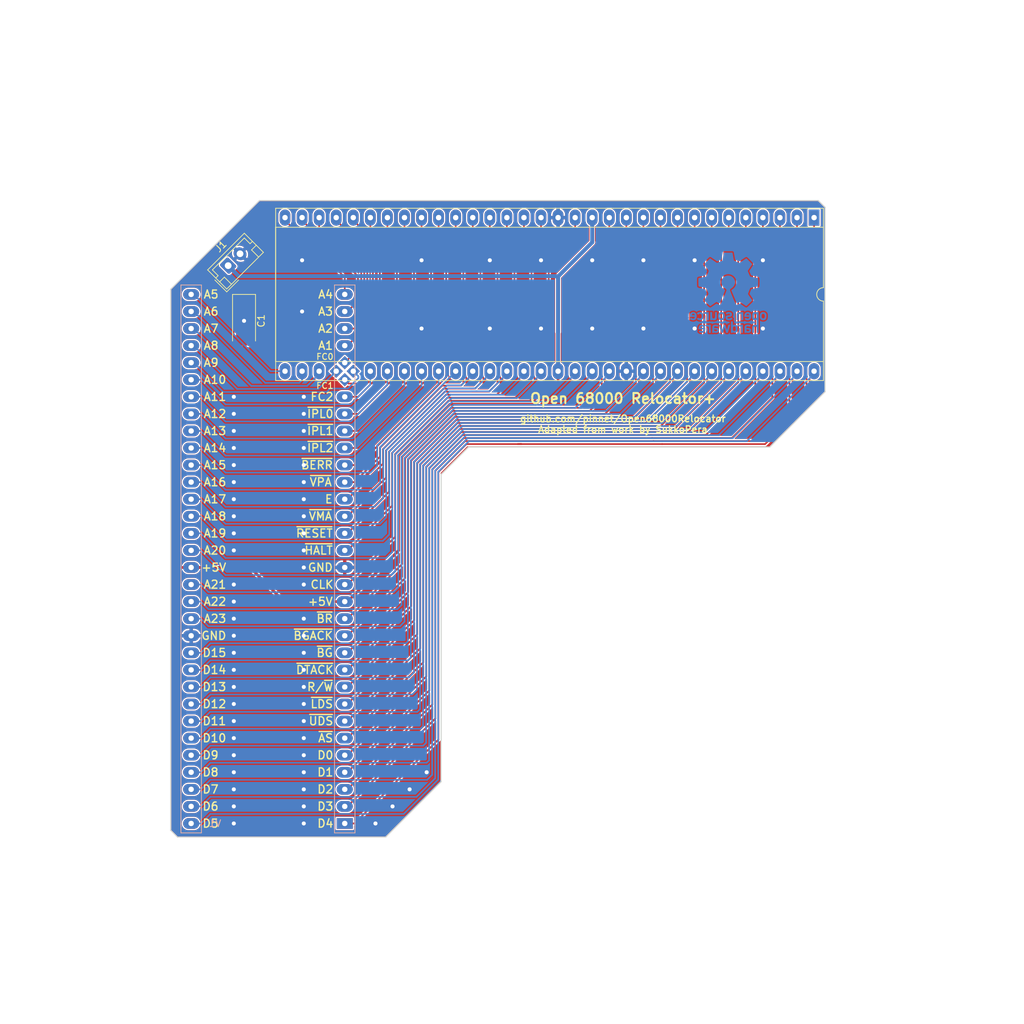
<source format=kicad_pcb>
(kicad_pcb (version 20210722) (generator pcbnew)
  (title_block (title "68000 Relocator") (date "2019-02-11") (rev "V1sukko-git") (company "AwesomeInferno") (comment 1 "http://www.github.com/awesomeinferno") (comment 2 "Shifts a 68000 processor socket up and 90 degrees counter-clockwise") (comment 3 "Minor tweaks by SukkoPera"))
  (layers (0 "F.Cu" signal) (31 "B.Cu" signal) (36 "B.SilkS" user "B.Silkscreen") (37 "F.SilkS" user "F.Silkscreen") (38 "B.Mask" user) (39 "F.Mask" user) (44 "Edge.Cuts" user))
  (net 0 "")
  (net 1 "/D4")
  (net 2 "/A5")
  (net 3 "/D3")
  (net 4 "/A6")
  (net 5 "/D2")
  (net 6 "/A7")
  (net 7 "/D1")
  (net 8 "/A8")
  (net 9 "/D0")
  (net 10 "/A9")
  (net 11 "/AS")
  (net 12 "/A10")
  (net 13 "/UDS")
  (net 14 "/A11")
  (net 15 "/LDS")
  (net 16 "/A12")
  (net 17 "/A13")
  (net 18 "/DTACK")
  (net 19 "/A14")
  (net 20 "/BG")
  (net 21 "/A15")
  (net 22 "/BGACK")
  (net 23 "/A16")
  (net 24 "/BR")
  (net 25 "/A17")
  (net 26 "VCC")
  (net 27 "/A18")
  (net 28 "/CLK")
  (net 29 "/A19")
  (net 30 "GND")
  (net 31 "/A20")
  (net 32 "/HALT")
  (net 33 "/RESET")
  (net 34 "/A21")
  (net 35 "/VMA")
  (net 36 "/A22")
  (net 37 "/E")
  (net 38 "/A23")
  (net 39 "/VPA")
  (net 40 "/BERR")
  (net 41 "/D15")
  (net 42 "/IPL2")
  (net 43 "/D14")
  (net 44 "/IPL1")
  (net 45 "/D13")
  (net 46 "/IPL0")
  (net 47 "/D12")
  (net 48 "/FC2")
  (net 49 "/D11")
  (net 50 "/FC1")
  (net 51 "/D10")
  (net 52 "/FC0")
  (net 53 "/D9")
  (net 54 "/A1")
  (net 55 "/D8")
  (net 56 "/A2")
  (net 57 "/D7")
  (net 58 "/A3")
  (net 59 "/D6")
  (net 60 "/A4")
  (net 61 "/D5")
  (net 62 "/R{slash}W")
  (footprint "Open68000Relocator:DIP-64_W22.86mm_Socket_LongPads_Socket" (layer "F.Cu") (at 115.062 139.954 180)
    (fp_text reference "U1")
    (fp_text value "68000D")
  )
  (footprint "Open68000Relocator:DIP-64_W22.86mm_Socket_LongPads_IC" (layer "F.Cu") (at 184.912 49.784 -90)
    (fp_text reference "U2")
    (fp_text value "68000D")
  )
  (footprint "Capacitor_Tantalum_SMD:CP_EIA-6032-28_Kemet-C_Pad2.25x2.35mm_HandSolder" (layer "F.Cu") (at 100.076 65.151 -90)
    (fp_text reference "C1")
    (fp_text value "47uF")
  )
  (footprint "Connector_JST:JST_EH_B2B-EH-A_1x02_P2.50mm_Vertical" (layer "F.Cu") (at 97.709985 56.932752 45)
    (fp_text reference "J1")
    (fp_text value "5V AUX")
  )
  (footprint "Symbol:OSHW-Logo_11.4x12mm_Copper" (layer "B.Cu") (at 172.1485 60.96 180)
    (fp_text reference "P99" hide)
    (fp_text value "OSHW_LOGO" hide)
  )
  (gr_line (start 121.158 141.986) (end 129.413 133.731) (layer "Edge.Cuts") (width 0.15))
  (gr_line (start 185.547 47.244) (end 186.563 48.26) (layer "Edge.Cuts") (width 0.15))
  (gr_line (start 129.413 88.011) (end 133.477 83.947) (layer "Edge.Cuts") (width 0.15))
  (gr_line (start 89.154 140.97) (end 89.154 60.452) (layer "Edge.Cuts") (width 0.15))
  (gr_line (start 129.413 133.731) (end 129.413 88.011) (layer "Edge.Cuts") (width 0.15))
  (gr_line (start 102.362 47.244) (end 104.14 47.244) (layer "Edge.Cuts") (width 0.15))
  (gr_line (start 121.158 141.986) (end 90.17 141.986) (layer "Edge.Cuts") (width 0.15))
  (gr_line (start 186.563 48.26) (end 186.563 75.692) (layer "Edge.Cuts") (width 0.15))
  (gr_line (start 89.154 60.452) (end 102.362 47.244) (layer "Edge.Cuts") (width 0.15))
  (gr_line (start 89.154 140.97) (end 90.17 141.986) (layer "Edge.Cuts") (width 0.15))
  (gr_line (start 133.477 83.947) (end 178.308 83.947) (layer "Edge.Cuts") (width 0.15))
  (gr_line (start 178.308 83.947) (end 186.563 75.692) (layer "Edge.Cuts") (width 0.15))
  (gr_line (start 104.14 47.244) (end 185.547 47.244) (layer "Edge.Cuts") (width 0.15))
  (gr_text "V1" (at 95.758 139.954) (layer "B.SilkS") (effects (font (size 1 1)) (justify mirror)))
  (gr_text "A6" (at 96.393 63.754) (layer "F.SilkS") (effects (font (size 1.2 1.2) (thickness 0.2)) (justify right)))
  (gr_text "A7" (at 96.393 66.294) (layer "F.SilkS") (effects (font (size 1.2 1.2) (thickness 0.2)) (justify right)))
  (gr_text "A8" (at 96.393 68.834) (layer "F.SilkS") (effects (font (size 1.2 1.2) (thickness 0.2)) (justify right)))
  (gr_text "A9" (at 96.393 71.374) (layer "F.SilkS") (effects (font (size 1.2 1.2) (thickness 0.2)) (justify right)))
  (gr_text "A10" (at 97.536 73.914) (layer "F.SilkS") (effects (font (size 1.2 1.2) (thickness 0.2)) (justify right)))
  (gr_text "A11" (at 97.536 76.454) (layer "F.SilkS") (effects (font (size 1.2 1.2) (thickness 0.2)) (justify right)))
  (gr_text "A12" (at 97.536 78.994) (layer "F.SilkS") (effects (font (size 1.2 1.2) (thickness 0.2)) (justify right)))
  (gr_text "A13" (at 97.536 81.534) (layer "F.SilkS") (effects (font (size 1.2 1.2) (thickness 0.2)) (justify right)))
  (gr_text "A14" (at 97.536 84.074) (layer "F.SilkS") (effects (font (size 1.2 1.2) (thickness 0.2)) (justify right)))
  (gr_text "A15" (at 97.536 86.614) (layer "F.SilkS") (effects (font (size 1.2 1.2) (thickness 0.2)) (justify right)))
  (gr_text "A16" (at 97.536 89.154) (layer "F.SilkS") (effects (font (size 1.2 1.2) (thickness 0.2)) (justify right)))
  (gr_text "A17" (at 97.536 91.694) (layer "F.SilkS") (effects (font (size 1.2 1.2) (thickness 0.2)) (justify right)))
  (gr_text "A18" (at 97.536 94.234) (layer "F.SilkS") (effects (font (size 1.2 1.2) (thickness 0.2)) (justify right)))
  (gr_text "A19" (at 97.536 96.774) (layer "F.SilkS") (effects (font (size 1.2 1.2) (thickness 0.2)) (justify right)))
  (gr_text "A20" (at 97.536 99.314) (layer "F.SilkS") (effects (font (size 1.2 1.2) (thickness 0.2)) (justify right)))
  (gr_text "+5V" (at 97.536 101.854) (layer "F.SilkS") (effects (font (size 1.2 1.2) (thickness 0.2)) (justify right)))
  (gr_text "A21" (at 97.536 104.394) (layer "F.SilkS") (effects (font (size 1.2 1.2) (thickness 0.2)) (justify right)))
  (gr_text "A22" (at 97.536 106.934) (layer "F.SilkS") (effects (font (size 1.2 1.2) (thickness 0.2)) (justify right)))
  (gr_text "A23" (at 97.536 109.474) (layer "F.SilkS") (effects (font (size 1.2 1.2) (thickness 0.2)) (justify right)))
  (gr_text "GND" (at 97.536 112.014) (layer "F.SilkS") (effects (font (size 1.2 1.2) (thickness 0.2)) (justify right)))
  (gr_text "D15" (at 97.536 114.554) (layer "F.SilkS") (effects (font (size 1.2 1.2) (thickness 0.2)) (justify right)))
  (gr_text "D14" (at 97.536 117.094) (layer "F.SilkS") (effects (font (size 1.2 1.2) (thickness 0.2)) (justify right)))
  (gr_text "D13" (at 97.536 119.634) (layer "F.SilkS") (effects (font (size 1.2 1.2) (thickness 0.2)) (justify right)))
  (gr_text "D12" (at 97.536 122.174) (layer "F.SilkS") (effects (font (size 1.2 1.2) (thickness 0.2)) (justify right)))
  (gr_text "D11" (at 97.536 124.714) (layer "F.SilkS") (effects (font (size 1.2 1.2) (thickness 0.2)) (justify right)))
  (gr_text "D10" (at 97.536 127.254) (layer "F.SilkS") (effects (font (size 1.2 1.2) (thickness 0.2)) (justify right)))
  (gr_text "D9" (at 96.393 129.794) (layer "F.SilkS") (effects (font (size 1.2 1.2) (thickness 0.2)) (justify right)))
  (gr_text "D8" (at 96.393 132.334) (layer "F.SilkS") (effects (font (size 1.2 1.2) (thickness 0.2)) (justify right)))
  (gr_text "D7" (at 96.393 134.874) (layer "F.SilkS") (effects (font (size 1.2 1.2) (thickness 0.2)) (justify right)))
  (gr_text "D6" (at 96.393 137.414) (layer "F.SilkS") (effects (font (size 1.2 1.2) (thickness 0.2)) (justify right)))
  (gr_text "D5" (at 96.393 139.954) (layer "F.SilkS") (effects (font (size 1.2 1.2) (thickness 0.2)) (justify right)))
  (gr_text "FC2" (at 109.855 76.454) (layer "F.SilkS") (effects (font (size 1.2 1.2) (thickness 0.2)) (justify left)))
  (gr_text "D4" (at 110.871 139.954) (layer "F.SilkS") (effects (font (size 1.2 1.2) (thickness 0.2)) (justify left)))
  (gr_text "~{AS}" (at 110.998 127.254) (layer "F.SilkS") (effects (font (size 1.2 1.2) (thickness 0.2)) (justify left)))
  (gr_text "FC1" (at 110.744 74.803) (layer "F.SilkS") (effects (font (size 0.9 0.9)) (justify left)))
  (gr_text "~{DTACK}" (at 107.696 117.094) (layer "F.SilkS") (effects (font (size 1.2 1.2) (thickness 0.2)) (justify left)))
  (gr_text "A2" (at 110.998 66.294) (layer "F.SilkS") (effects (font (size 1.2 1.2) (thickness 0.2)) (justify left)))
  (gr_text "D0" (at 110.871 129.794) (layer "F.SilkS") (effects (font (size 1.2 1.2) (thickness 0.2)) (justify left)))
  (gr_text "FC0" (at 110.744 70.485) (layer "F.SilkS") (effects (font (size 0.9 0.9)) (justify left)))
  (gr_text "A3" (at 110.998 63.754) (layer "F.SilkS") (effects (font (size 1.2 1.2) (thickness 0.2)) (justify left)))
  (gr_text "~{BR}" (at 110.744 109.474) (layer "F.SilkS") (effects (font (size 1.2 1.2) (thickness 0.2)) (justify left)))
  (gr_text "~{HALT}" (at 108.966 99.314) (layer "F.SilkS") (effects (font (size 1.2 1.2) (thickness 0.2)) (justify left)))
  (gr_text "~{VMA}" (at 109.601 94.234) (layer "F.SilkS") (effects (font (size 1.2 1.2) (thickness 0.2)) (justify left)))
  (gr_text "D3" (at 110.871 137.414) (layer "F.SilkS") (effects (font (size 1.2 1.2) (thickness 0.2)) (justify left)))
  (gr_text "CLK" (at 109.855 104.394) (layer "F.SilkS") (effects (font (size 1.2 1.2) (thickness 0.2)) (justify left)))
  (gr_text "+5V" (at 109.474 106.934) (layer "F.SilkS") (effects (font (size 1.2 1.2) (thickness 0.2)) (justify left)))
  (gr_text "R/~{W}" (at 109.347 119.634) (layer "F.SilkS") (effects (font (size 1.2 1.2) (thickness 0.2)) (justify left)))
  (gr_text "~{VPA}" (at 109.728 89.154) (layer "F.SilkS") (effects (font (size 1.2 1.2) (thickness 0.2)) (justify left)))
  (gr_text "~{UDS}" (at 109.601 124.714) (layer "F.SilkS") (effects (font (size 1.2 1.2) (thickness 0.2)) (justify left)))
  (gr_text "~{RESET}" (at 107.696 96.774) (layer "F.SilkS") (effects (font (size 1.2 1.2) (thickness 0.2)) (justify left)))
  (gr_text "~{IPL0}" (at 109.347 78.994) (layer "F.SilkS") (effects (font (size 1.2 1.2) (thickness 0.2)) (justify left)))
  (gr_text "~{LDS}" (at 109.855 122.174) (layer "F.SilkS") (effects (font (size 1.2 1.2) (thickness 0.2)) (justify left)))
  (gr_text "~{BGACK}" (at 107.315 112.014) (layer "F.SilkS") (effects (font (size 1.2 1.2) (thickness 0.2)) (justify left)))
  (gr_text "~{BG}" (at 110.744 114.554) (layer "F.SilkS") (effects (font (size 1.2 1.2) (thickness 0.2)) (justify left)))
  (gr_text "A4" (at 110.998 61.214) (layer "F.SilkS") (effects (font (size 1.2 1.2) (thickness 0.2)) (justify left)))
  (gr_text "~{BERR}" (at 108.458 86.614) (layer "F.SilkS") (effects (font (size 1.2 1.2) (thickness 0.2)) (justify left)))
  (gr_text "E" (at 112.014 91.694) (layer "F.SilkS") (effects (font (size 1.2 1.2) (thickness 0.2)) (justify left)))
  (gr_text "A1" (at 110.998 68.834) (layer "F.SilkS") (effects (font (size 1.2 1.2) (thickness 0.2)) (justify left)))
  (gr_text "~{IPL2}" (at 109.347 84.074) (layer "F.SilkS") (effects (font (size 1.2 1.2) (thickness 0.2)) (justify left)))
  (gr_text "GND" (at 109.474 101.854) (layer "F.SilkS") (effects (font (size 1.2 1.2) (thickness 0.2)) (justify left)))
  (gr_text "D1" (at 110.871 132.334) (layer "F.SilkS") (effects (font (size 1.2 1.2) (thickness 0.2)) (justify left)))
  (gr_text "~{IPL1}" (at 109.347 81.534) (layer "F.SilkS") (effects (font (size 1.2 1.2) (thickness 0.2)) (justify left)))
  (gr_text "D2" (at 110.871 134.874) (layer "F.SilkS") (effects (font (size 1.2 1.2) (thickness 0.2)) (justify left)))
  (gr_text "github.com/pinnet/Open68000Relocator\nAdapted from work by SukkoPera" (at 156.464 80.518) (layer "F.SilkS") (effects (font (size 1 1) (thickness 0.2))))
  (gr_text "Open 68000 Relocator+" (at 156.464 76.708) (layer "F.SilkS") (effects (font (size 1.5 1.5) (thickness 0.3))))
  (gr_text "A5" (at 96.393 61.214) (layer "F.SilkS") (effects (font (size 1.2 1.2) (thickness 0.2)) (justify right)))
  (segment locked (start 133.170823 83.491177) (end 140.843 83.491177) (width 0.25) (layer "F.Cu") (net 1))
  (segment locked (start 140.843 83.491177) (end 162.306 83.491177) (width 0.25) (layer "F.Cu") (net 1))
  (segment locked (start 129.00194 87.66006) (end 133.170823 83.491177) (width 0.25) (layer "F.Cu") (net 1))
  (segment locked (start 141.351 83.491177) (end 141.072025 83.491177) (width 0.25) (layer "F.Cu") (net 1))
  (segment (start 184.912 50.184) (end 184.912 49.784) (width 0.25) (layer "F.Cu") (net 1))
  (segment locked (start 129.00194 127.46406) (end 129.00194 87.66006) (width 0.25) (layer "F.Cu") (net 1))
  (segment locked (start 183.78699 77.32501) (end 177.620823 83.491177) (width 0.25) (layer "F.Cu") (net 1))
  (segment locked (start 116.512 139.954) (end 129.00194 127.46406) (width 0.25) (layer "F.Cu") (net 1))
  (segment (start 184.912 49.784) (end 184.912 51.234) (width 0.25) (layer "F.Cu") (net 1))
  (segment (start 183.78699 52.35901) (end 183.78699 77.32501) (width 0.25) (layer "F.Cu") (net 1))
  (segment locked (start 115.062 139.954) (end 116.512 139.954) (width 0.25) (layer "F.Cu") (net 1))
  (segment locked (start 177.620823 83.491177) (end 162.306 83.491177) (width 0.25) (layer "F.Cu") (net 1))
  (segment locked (start 140.843 83.491177) (end 141.351 83.491177) (width 0.25) (layer "F.Cu") (net 1))
  (segment (start 184.912 51.234) (end 183.78699 52.35901) (width 0.25) (layer "F.Cu") (net 1))
  (segment (start 92.202 61.214) (end 92.602 61.214) (width 0.25) (layer "B.Cu") (net 2))
  (segment (start 93.72701 62.33901) (end 93.72701 62.35801) (width 0.25) (layer "B.Cu") (net 2))
  (segment (start 104.013 72.644) (end 106.172 72.644) (width 0.25) (layer "B.Cu") (net 2))
  (segment (start 92.602 61.214) (end 93.72701 62.33901) (width 0.25) (layer "B.Cu") (net 2))
  (segment (start 93.72701 62.35801) (end 104.013 72.644) (width 0.25) (layer "B.Cu") (net 2))
  (segment locked (start 128.551929 124.324071) (end 128.551929 87.47366) (width 0.25) (layer "F.Cu") (net 3))
  (segment locked (start 115.462 137.414) (end 115.062 137.414) (width 0.25) (layer "F.Cu") (net 3))
  (segment (start 182.372 51.234) (end 182.372 49.784) (width 0.25) (layer "F.Cu") (net 3))
  (segment locked (start 161.003199 83.035767) (end 176.044233 83.035767) (width 0.25) (layer "F.Cu") (net 3))
  (segment (start 181.24699 77.83301) (end 181.24699 52.35901) (width 0.25) (layer "F.Cu") (net 3))
  (segment locked (start 160.9978 83.041166) (end 161.003199 83.035767) (width 0.25) (layer "F.Cu") (net 3))
  (segment locked (start 176.044233 83.035767) (end 181.24699 77.83301) (width 0.25) (layer "F.Cu") (net 3))
  (segment locked (start 128.477236 124.398764) (end 127.762 125.114) (width 0.25) (layer "F.Cu") (net 3))
  (segment locked (start 127.762 125.114) (end 115.462 137.414) (width 0.25) (layer "F.Cu") (net 3))
  (segment locked (start 128.551929 87.47366) (end 132.984423 83.041166) (width 0.25) (layer "F.Cu") (net 3))
  (segment (start 181.24699 52.35901) (end 182.372 51.234) (width 0.25) (layer "F.Cu") (net 3))
  (segment locked (start 127.762 125.114) (end 128.551929 124.324071) (width 0.25) (layer "F.Cu") (net 3))
  (segment locked (start 132.984423 83.041166) (end 160.9978 83.041166) (width 0.25) (layer "F.Cu") (net 3))
  (segment (start 92.602 63.754) (end 92.202 63.754) (width 0.25) (layer "B.Cu") (net 4))
  (segment (start 108.712 72.644) (end 108.712 73.962907) (width 0.25) (layer "B.Cu") (net 4))
  (segment (start 103.226472 74.378472) (end 92.602 63.754) (width 0.25) (layer "B.Cu") (net 4))
  (segment (start 108.712 73.962907) (end 108.296435 74.378472) (width 0.25) (layer "B.Cu") (net 4))
  (segment (start 108.296435 74.378472) (end 103.226472 74.378472) (width 0.25) (layer "B.Cu") (net 4))
  (segment (start 178.70699 52.35901) (end 178.70699 76.56301) (width 0.25) (layer "F.Cu") (net 5))
  (segment locked (start 178.70699 76.56301) (end 172.684244 82.585756) (width 0.25) (layer "F.Cu") (net 5))
  (segment locked (start 132.798023 82.591155) (end 128.101918 87.28726) (width 0.25) (layer "F.Cu") (net 5))
  (segment locked (start 160.8114 82.591155) (end 132.798023 82.591155) (width 0.25) (layer "F.Cu") (net 5))
  (segment (start 179.832 51.234) (end 178.70699 52.35901) (width 0.25) (layer "F.Cu") (net 5))
  (segment locked (start 128.101918 122.234082) (end 115.462 134.874) (width 0.25) (layer "F.Cu") (net 5))
  (segment (start 179.832 49.784) (end 179.832 51.234) (width 0.25) (layer "F.Cu") (net 5))
  (segment locked (start 128.101918 87.28726) (end 128.101918 122.234082) (width 0.25) (layer "F.Cu") (net 5))
  (segment locked (start 160.816799 82.585756) (end 160.8114 82.591155) (width 0.25) (layer "F.Cu") (net 5))
  (segment locked (start 172.684244 82.585756) (end 160.816799 82.585756) (width 0.25) (layer "F.Cu") (net 5))
  (segment locked (start 115.462 134.874) (end 115.062 134.874) (width 0.25) (layer "F.Cu") (net 5))
  (segment (start 109.462495 74.833505) (end 101.141505 74.833505) (width 0.25) (layer "B.Cu") (net 6))
  (segment (start 92.602 66.294) (end 92.202 66.294) (width 0.25) (layer "B.Cu") (net 6))
  (segment (start 101.141505 74.833505) (end 92.602 66.294) (width 0.25) (layer "B.Cu") (net 6))
  (segment (start 111.252 72.644) (end 111.252 73.044) (width 0.25) (layer "B.Cu") (net 6))
  (segment (start 111.252 73.044) (end 109.462495 74.833505) (width 0.25) (layer "B.Cu") (net 6))
  (segment locked (start 115.462 132.334) (end 115.062 132.334) (width 0.25) (layer "F.Cu") (net 7))
  (segment (start 176.16699 52.35901) (end 176.16699 74.78501) (width 0.25) (layer "F.Cu") (net 7))
  (segment locked (start 127.651907 120.144093) (end 115.462 132.334) (width 0.25) (layer "F.Cu") (net 7))
  (segment locked (start 132.611623 82.141144) (end 127.651907 87.10086) (width 0.25) (layer "F.Cu") (net 7))
  (segment locked (start 176.16699 74.78501) (end 168.816255 82.135745) (width 0.25) (layer "F.Cu") (net 7))
  (segment (start 177.292 51.234) (end 176.16699 52.35901) (width 0.25) (layer "F.Cu") (net 7))
  (segment locked (start 160.630399 82.135745) (end 160.625 82.141144) (width 0.25) (layer "F.Cu") (net 7))
  (segment locked (start 168.816255 82.135745) (end 160.630399 82.135745) (width 0.25) (layer "F.Cu") (net 7))
  (segment locked (start 160.625 82.141144) (end 132.611623 82.141144) (width 0.25) (layer "F.Cu") (net 7))
  (segment locked (start 127.651907 87.10086) (end 127.651907 120.144093) (width 0.25) (layer "F.Cu") (net 7))
  (segment (start 177.292 49.784) (end 177.292 51.234) (width 0.25) (layer "F.Cu") (net 7))
  (segment locked (start 177.038 50.038) (end 177.292 49.784) (width 0.25) (layer "B.Cu") (net 7))
  (segment (start 92.602 68.834) (end 92.202 68.834) (width 0.25) (layer "B.Cu") (net 8))
  (segment (start 111.152484 75.283516) (end 99.051516 75.283516) (width 0.25) (layer "B.Cu") (net 8))
  (segment (start 99.051516 75.283516) (end 92.602 68.834) (width 0.25) (layer "B.Cu") (net 8))
  (segment (start 113.792 72.644) (end 111.152484 75.283516) (width 0.25) (layer "B.Cu") (net 8))
  (segment (start 174.752 49.784) (end 174.752 51.234) (width 0.25) (layer "F.Cu") (net 9))
  (segment locked (start 160.4386 81.691133) (end 132.425223 81.691133) (width 0.25) (layer "F.Cu") (net 9))
  (segment locked (start 166.218266 81.685734) (end 160.443999 81.685734) (width 0.25) (layer "F.Cu") (net 9))
  (segment locked (start 173.62699 74.27701) (end 166.218266 81.685734) (width 0.25) (layer "F.Cu") (net 9))
  (segment (start 174.752 51.234) (end 173.62699 52.35901) (width 0.25) (layer "F.Cu") (net 9))
  (segment locked (start 132.425223 81.691133) (end 127.201896 86.91446) (width 0.25) (layer "F.Cu") (net 9))
  (segment locked (start 127.201896 118.054104) (end 115.462 129.794) (width 0.25) (layer "F.Cu") (net 9))
  (segment locked (start 127.201896 86.91446) (end 127.201896 118.054104) (width 0.25) (layer "F.Cu") (net 9))
  (segment (start 173.62699 52.35901) (end 173.62699 74.27701) (width 0.25) (layer "F.Cu") (net 9))
  (segment locked (start 160.443999 81.685734) (end 160.4386 81.691133) (width 0.25) (layer "F.Cu") (net 9))
  (segment locked (start 115.462 129.794) (end 115.062 129.794) (width 0.25) (layer "F.Cu") (net 9))
  (segment (start 116.332 72.644) (end 116.332 72.898) (width 0.25) (layer "F.Cu") (net 10))
  (segment (start 92.602 71.374) (end 96.961527 75.733527) (width 0.25) (layer "B.Cu") (net 10))
  (segment (start 112.903 75.228959) (end 115.525041 75.228959) (width 0.25) (layer "B.Cu") (net 10))
  (segment (start 112.398432 75.733527) (end 112.903 75.228959) (width 0.25) (layer "B.Cu") (net 10))
  (segment (start 117.094 73.66) (end 117.094 73.406) (width 0.25) (layer "B.Cu") (net 10))
  (segment (start 115.525041 75.228959) (end 117.094 73.66) (width 0.25) (layer "B.Cu") (net 10))
  (segment (start 117.094 73.406) (end 116.332 72.644) (width 0.25) (layer "B.Cu") (net 10))
  (segment (start 92.202 71.374) (end 92.602 71.374) (width 0.25) (layer "B.Cu") (net 10))
  (segment (start 96.961527 75.733527) (end 112.398432 75.733527) (width 0.25) (layer "B.Cu") (net 10))
  (segment locked (start 171.08699 74.27701) (end 164.128277 81.235723) (width 0.25) (layer "F.Cu") (net 11))
  (segment locked (start 164.128277 81.235723) (end 160.257599 81.235723) (width 0.25) (layer "F.Cu") (net 11))
  (segment (start 171.08699 52.35901) (end 171.08699 74.27701) (width 0.25) (layer "F.Cu") (net 11))
  (segment (start 172.212 49.784) (end 172.212 51.234) (width 0.25) (layer "F.Cu") (net 11))
  (segment (start 172.212 51.234) (end 171.08699 52.35901) (width 0.25) (layer "F.Cu") (net 11))
  (segment locked (start 160.257599 81.235723) (end 160.2522 81.241122) (width 0.25) (layer "F.Cu") (net 11))
  (segment locked (start 132.238823 81.241122) (end 126.751885 86.72806) (width 0.25) (layer "F.Cu") (net 11))
  (segment locked (start 160.2522 81.241122) (end 132.238823 81.241122) (width 0.25) (layer "F.Cu") (net 11))
  (segment locked (start 115.462 127.254) (end 115.062 127.254) (width 0.25) (layer "F.Cu") (net 11))
  (segment locked (start 126.751885 115.964115) (end 115.462 127.254) (width 0.25) (layer "F.Cu") (net 11))
  (segment locked (start 126.751885 86.72806) (end 126.751885 115.964115) (width 0.25) (layer "F.Cu") (net 11))
  (segment (start 115.927994 77.57901) (end 118.872 74.635004) (width 0.25) (layer "B.Cu") (net 12))
  (segment (start 118.872 74.635004) (end 118.872 72.644) (width 0.25) (layer "B.Cu") (net 12))
  (segment (start 97.31701 77.57901) (end 115.927994 77.57901) (width 0.25) (layer "B.Cu") (net 12))
  (segment (start 93.652 73.914) (end 97.31701 77.57901) (width 0.25) (layer "B.Cu") (net 12))
  (segment (start 92.202 73.914) (end 93.652 73.914) (width 0.25) (layer "B.Cu") (net 12))
  (segment (start 168.54699 52.35901) (end 168.54699 74.34051) (width 0.25) (layer "F.Cu") (net 13))
  (segment locked (start 160.0658 80.791111) (end 132.052423 80.791111) (width 0.25) (layer "F.Cu") (net 13))
  (segment locked (start 115.462 124.714) (end 115.062 124.714) (width 0.25) (layer "F.Cu") (net 13))
  (segment locked (start 126.301874 113.874126) (end 115.462 124.714) (width 0.25) (layer "F.Cu") (net 13))
  (segment locked (start 126.301874 86.54166) (end 126.301874 113.874126) (width 0.25) (layer "F.Cu") (net 13))
  (segment locked (start 132.052423 80.791111) (end 126.301874 86.54166) (width 0.25) (layer "F.Cu") (net 13))
  (segment (start 169.672 51.234) (end 168.54699 52.35901) (width 0.25) (layer "F.Cu") (net 13))
  (segment locked (start 168.54699 74.34051) (end 162.101788 80.785712) (width 0.25) (layer "F.Cu") (net 13))
  (segment locked (start 160.071199 80.785712) (end 160.0658 80.791111) (width 0.25) (layer "F.Cu") (net 13))
  (segment (start 169.672 49.784) (end 169.672 51.234) (width 0.25) (layer "F.Cu") (net 13))
  (segment locked (start 162.101788 80.785712) (end 160.071199 80.785712) (width 0.25) (layer "F.Cu") (net 13))
  (segment locked (start 121.412 72.644) (end 121.412 73.044) (width 0.25) (layer "B.Cu") (net 14))
  (segment (start 115.96899 80.11901) (end 121.412 74.676) (width 0.25) (layer "B.Cu") (net 14))
  (segment (start 121.412 74.676) (end 121.412 72.644) (width 0.25) (layer "B.Cu") (net 14))
  (segment (start 92.202 76.454) (end 93.652 76.454) (width 0.25) (layer "B.Cu") (net 14))
  (segment (start 97.31701 80.11901) (end 115.96899 80.11901) (width 0.25) (layer "B.Cu") (net 14))
  (segment (start 93.652 76.454) (end 97.31701 80.11901) (width 0.25) (layer "B.Cu") (net 14))
  (segment locked (start 166.00699 74.21351) (end 159.8794 80.3411) (width 0.25) (layer "F.Cu") (net 15))
  (segment locked (start 125.851863 86.35526) (end 125.851863 111.784137) (width 0.25) (layer "F.Cu") (net 15))
  (segment (start 167.132 49.784) (end 167.132 51.234) (width 0.25) (layer "F.Cu") (net 15))
  (segment locked (start 115.462 122.174) (end 115.062 122.174) (width 0.25) (layer "F.Cu") (net 15))
  (segment (start 167.132 51.234) (end 166.00699 52.35901) (width 0.25) (layer "F.Cu") (net 15))
  (segment (start 166.00699 52.35901) (end 166.00699 74.21351) (width 0.25) (layer "F.Cu") (net 15))
  (segment locked (start 159.8794 80.3411) (end 131.866023 80.3411) (width 0.25) (layer "F.Cu") (net 15))
  (segment locked (start 131.866023 80.3411) (end 125.851863 86.35526) (width 0.25) (layer "F.Cu") (net 15))
  (segment locked (start 125.851863 111.784137) (end 115.462 122.174) (width 0.25) (layer "F.Cu") (net 15))
  (segment (start 123.952 74.93) (end 123.952 72.644) (width 0.25) (layer "B.Cu") (net 16))
  (segment (start 92.202 78.994) (end 93.652 78.994) (width 0.25) (layer "B.Cu") (net 16))
  (segment locked (start 123.952 72.644) (end 123.952 72.912498) (width 0.25) (layer "B.Cu") (net 16))
  (segment (start 93.652 78.994) (end 97.31701 82.65901) (width 0.25) (layer "B.Cu") (net 16))
  (segment (start 116.22299 82.65901) (end 123.952 74.93) (width 0.25) (layer "B.Cu") (net 16))
  (segment (start 97.31701 82.65901) (end 116.22299 82.65901) (width 0.25) (layer "B.Cu") (net 16))
  (segment (start 126.492 74.924984) (end 126.492 72.644) (width 0.25) (layer "B.Cu") (net 17))
  (segment (start 92.202 81.534) (end 93.652 81.534) (width 0.25) (layer "B.Cu") (net 17))
  (segment locked (start 126.492 72.644) (end 126.492 72.244) (width 0.25) (layer "B.Cu") (net 17))
  (segment (start 93.652 81.534) (end 97.31701 85.19901) (width 0.25) (layer "B.Cu") (net 17))
  (segment (start 116.217974 85.19901) (end 126.492 74.924984) (width 0.25) (layer "B.Cu") (net 17))
  (segment (start 97.31701 85.19901) (end 116.217974 85.19901) (width 0.25) (layer "B.Cu") (net 17))
  (segment locked (start 131.493223 79.441078) (end 124.951841 85.98246) (width 0.25) (layer "F.Cu") (net 18))
  (segment locked (start 160.92699 74.46751) (end 155.953422 79.441078) (width 0.25) (layer "F.Cu") (net 18))
  (segment locked (start 124.951841 107.604159) (end 115.462 117.094) (width 0.25) (layer "F.Cu") (net 18))
  (segment (start 160.92699 52.35901) (end 160.92699 74.46751) (width 0.25) (layer "F.Cu") (net 18))
  (segment locked (start 124.951841 85.98246) (end 124.951841 107.604159) (width 0.25) (layer "F.Cu") (net 18))
  (segment locked (start 115.462 117.094) (end 115.062 117.094) (width 0.25) (layer "F.Cu") (net 18))
  (segment (start 162.052 49.784) (end 162.052 51.234) (width 0.25) (layer "F.Cu") (net 18))
  (segment (start 162.052 51.234) (end 160.92699 52.35901) (width 0.25) (layer "F.Cu") (net 18))
  (segment locked (start 155.953422 79.441078) (end 131.493223 79.441078) (width 0.25) (layer "F.Cu") (net 18))
  (segment (start 92.202 84.074) (end 93.652 84.074) (width 0.25) (layer "B.Cu") (net 19))
  (segment (start 119.888 86.741) (end 119.888 83.693) (width 0.25) (layer "B.Cu") (net 19))
  (segment (start 118.88999 87.73901) (end 119.888 86.741) (width 0.25) (layer "B.Cu") (net 19))
  (segment (start 129.032 72.644) (end 128.875523 72.644) (width 0.25) (layer "B.Cu") (net 19))
  (segment (start 97.31701 87.73901) (end 118.88999 87.73901) (width 0.25) (layer "B.Cu") (net 19))
  (segment (start 93.652 84.074) (end 97.31701 87.73901) (width 0.25) (layer "B.Cu") (net 19))
  (segment (start 129.032 74.549) (end 129.032 72.644) (width 0.25) (layer "B.Cu") (net 19))
  (segment (start 119.888 83.693) (end 129.032 74.549) (width 0.25) (layer "B.Cu") (net 19))
  (segment (start 159.512 51.234) (end 158.38699 52.35901) (width 0.25) (layer "F.Cu") (net 20))
  (segment locked (start 158.38699 74.40401) (end 153.799933 78.991067) (width 0.25) (layer "F.Cu") (net 20))
  (segment locked (start 124.50183 105.51417) (end 115.462 114.554) (width 0.25) (layer "F.Cu") (net 20))
  (segment locked (start 131.306823 78.991067) (end 124.50183 85.79606) (width 0.25) (layer "F.Cu") (net 20))
  (segment locked (start 115.462 114.554) (end 115.062 114.554) (width 0.25) (layer "F.Cu") (net 20))
  (segment (start 158.38699 52.35901) (end 158.38699 74.40401) (width 0.25) (layer "F.Cu") (net 20))
  (segment locked (start 153.799933 78.991067) (end 131.306823 78.991067) (width 0.25) (layer "F.Cu") (net 20))
  (segment (start 159.512 49.784) (end 159.512 51.234) (width 0.25) (layer "F.Cu") (net 20))
  (segment locked (start 124.50183 85.79606) (end 124.50183 105.51417) (width 0.25) (layer "F.Cu") (net 20))
  (segment locked (start 159.004 50.292) (end 159.512 49.784) (width 0.25) (layer "B.Cu") (net 20))
  (segment (start 130.6195 73.66) (end 120.338011 83.941489) (width 0.25) (layer "B.Cu") (net 21))
  (segment (start 118.1735 90.27901) (end 116.205 90.27901) (width 0.25) (layer "B.Cu") (net 21))
  (segment (start 131.572 72.644) (end 131.572 72.7075) (width 0.25) (layer "B.Cu") (net 21))
  (segment (start 131.572 72.7075) (end 130.6195 73.66) (width 0.25) (layer "B.Cu") (net 21))
  (segment (start 92.202 86.614) (end 93.652 86.614) (width 0.25) (layer "B.Cu") (net 21))
  (segment (start 119.27099 90.27901) (end 118.1735 90.27901) (width 0.25) (layer "B.Cu") (net 21))
  (segment (start 130.6195 73.66) (end 130.81 73.4695) (width 0.25) (layer "B.Cu") (net 21))
  (segment (start 115.697 90.27901) (end 115.927994 90.27901) (width 0.25) (layer "B.Cu") (net 21))
  (segment (start 97.31701 90.27901) (end 118.1735 90.27901) (width 0.25) (layer "B.Cu") (net 21))
  (segment (start 93.652 86.614) (end 97.31701 90.27901) (width 0.25) (layer "B.Cu") (net 21))
  (segment (start 120.338011 89.211989) (end 119.27099 90.27901) (width 0.25) (layer "B.Cu") (net 21))
  (segment (start 120.338011 83.941489) (end 120.338011 89.211989) (width 0.25) (layer "B.Cu") (net 21))
  (segment (start 116.205 90.27901) (end 115.697 90.27901) (width 0.25) (layer "B.Cu") (net 21))
  (segment locked (start 124.051819 103.424181) (end 115.462 112.014) (width 0.25) (layer "F.Cu") (net 22))
  (segment (start 155.84699 52.35901) (end 155.84699 74.21351) (width 0.25) (layer "F.Cu") (net 22))
  (segment locked (start 151.519444 78.541056) (end 131.120423 78.541056) (width 0.25) (layer "F.Cu") (net 22))
  (segment (start 156.972 49.784) (end 156.972 51.234) (width 0.25) (layer "F.Cu") (net 22))
  (segment locked (start 124.051819 85.60966) (end 124.051819 103.424181) (width 0.25) (layer "F.Cu") (net 22))
  (segment locked (start 131.120423 78.541056) (end 124.051819 85.60966) (width 0.25) (layer "F.Cu") (net 22))
  (segment locked (start 155.84699 74.21351) (end 151.519444 78.541056) (width 0.25) (layer "F.Cu") (net 22))
  (segment (start 156.972 51.234) (end 155.84699 52.35901) (width 0.25) (layer "F.Cu") (net 22))
  (segment locked (start 115.462 112.014) (end 115.062 112.014) (width 0.25) (layer "F.Cu") (net 22))
  (segment (start 97.31701 92.81901) (end 119.52499 92.81901) (width 0.25) (layer "B.Cu") (net 23))
  (segment (start 92.202 89.154) (end 93.652 89.154) (width 0.25) (layer "B.Cu") (net 23))
  (segment (start 120.788022 84.254889) (end 130.303411 74.7395) (width 0.25) (layer "B.Cu") (net 23))
  (segment (start 132.4165 74.7395) (end 134.112 73.044) (width 0.25) (layer "B.Cu") (net 23))
  (segment (start 134.112 73.044) (end 134.112 72.644) (width 0.25) (layer "B.Cu") (net 23))
  (segment (start 120.788022 91.555978) (end 120.788022 84.254889) (width 0.25) (layer "B.Cu") (net 23))
  (segment (start 93.652 89.154) (end 97.31701 92.81901) (width 0.25) (layer "B.Cu") (net 23))
  (segment (start 119.52499 92.81901) (end 120.788022 91.555978) (width 0.25) (layer "B.Cu") (net 23))
  (segment (start 130.303411 74.7395) (end 132.4165 74.7395) (width 0.25) (layer "B.Cu") (net 23))
  (segment (start 154.432 51.234) (end 153.30699 52.35901) (width 0.25) (layer "F.Cu") (net 24))
  (segment locked (start 150.254955 78.091045) (end 130.934023 78.091045) (width 0.25) (layer "F.Cu") (net 24))
  (segment locked (start 153.30699 75.03901) (end 150.254955 78.091045) (width 0.25) (layer "F.Cu") (net 24))
  (segment locked (start 123.601808 85.42326) (end 123.601808 101.334192) (width 0.25) (layer "F.Cu") (net 24))
  (segment locked (start 115.462 109.474) (end 115.062 109.474) (width 0.25) (layer "F.Cu") (net 24))
  (segment locked (start 123.601808 101.334192) (end 115.462 109.474) (width 0.25) (layer "F.Cu") (net 24))
  (segment (start 153.30699 52.35901) (end 153.30699 75.03901) (width 0.25) (layer "F.Cu") (net 24))
  (segment locked (start 130.934023 78.091045) (end 123.601808 85.42326) (width 0.25) (layer "F.Cu") (net 24))
  (segment (start 154.432 49.784) (end 154.432 51.234) (width 0.25) (layer "F.Cu") (net 24))
  (segment (start 120.8405 94.8055) (end 121.2215 94.4245) (width 0.25) (layer "B.Cu") (net 25))
  (segment (start 120.28699 95.35901) (end 120.8405 94.8055) (width 0.25) (layer "B.Cu") (net 25))
  (segment (start 121.238033 94.407967) (end 120.28699 95.35901) (width 0.25) (layer "B.Cu") (net 25))
  (segment (start 119.253 95.35901) (end 120.28699 95.35901) (width 0.25) (layer "B.Cu") (net 25))
  (segment (start 130.489811 75.189511) (end 121.238033 84.441289) (width 0.25) (layer "B.Cu") (net 25))
  (segment (start 121.238033 91.742378) (end 121.238033 94.407967) (width 0.25) (layer "B.Cu") (net 25))
  (segment (start 121.238033 84.441289) (end 121.238033 91.742378) (width 0.25) (layer "B.Cu") (net 25))
  (segment (start 136.652 72.644) (end 136.652 73.044) (width 0.25) (layer "B.Cu") (net 25))
  (segment (start 92.202 91.694) (end 93.652 91.694) (width 0.25) (layer "B.Cu") (net 25))
  (segment (start 134.512 75.184) (end 133.658411 75.184) (width 0.25) (layer "B.Cu") (net 25))
  (segment (start 93.652 91.694) (end 97.31701 95.35901) (width 0.25) (layer "B.Cu") (net 25))
  (segment (start 136.652 73.044) (end 134.512 75.184) (width 0.25) (layer "B.Cu") (net 25))
  (segment (start 97.31701 95.35901) (end 119.253 95.35901) (width 0.25) (layer "B.Cu") (net 25))
  (segment (start 133.658411 75.184) (end 133.6529 75.189511) (width 0.25) (layer "B.Cu") (net 25))
  (segment (start 133.6529 75.189511) (end 130.489811 75.189511) (width 0.25) (layer "B.Cu") (net 25))
  (segment (start 103.4923 104.3813) (end 106.045 106.934) (width 0.4) (layer "F.Cu") (net 26))
  (segment (start 97.709985 56.932752) (end 100.076 59.298767) (width 0.6) (layer "F.Cu") (net 26))
  (segment (start 146.812 72.644) (end 146.812 66.802) (width 0.4) (layer "F.Cu") (net 26))
  (segment (start 92.202 101.854) (end 90.5764 101.854) (width 0.4) (layer "F.Cu") (net 26))
  (segment (start 143.489966 77.566034) (end 130.716557 77.566034) (width 0.4) (layer "F.Cu") (net 26))
  (segment (start 123.076797 99.319203) (end 115.462 106.934) (width 0.4) (layer "F.Cu") (net 26))
  (segment (start 123.076797 85.205794) (end 123.076797 99.319203) (width 0.4) (layer "F.Cu") (net 26))
  (segment (start 100.965 101.854) (end 103.4923 104.3813) (width 0.4) (layer "F.Cu") (net 26))
  (segment (start 151.892 53.467) (end 151.892 49.784) (width 0.4) (layer "F.Cu") (net 26))
  (segment (start 146.812 58.547) (end 151.892 53.467) (width 0.5) (layer "F.Cu") (net 26))
  (segment (start 100.076 59.298767) (end 100.076 62.601) (width 0.6) (layer "F.Cu") (net 26))
  (segment (start 146.812 74.244) (end 143.489966 77.566034) (width 0.4) (layer "F.Cu") (net 26))
  (segment locked (start 92.202 101.854) (end 100.965 101.854) (width 0.4) (layer "F.Cu") (net 26))
  (segment locked (start 106.045 106.934) (end 115.062 106.934) (width 0.4) (layer "F.Cu") (net 26))
  (segment (start 92.202 101.854) (end 97.14268 101.854) (width 0.4) (layer "F.Cu") (net 26))
  (segment (start 115.462 106.934) (end 115.062 106.934) (width 0.4) (layer "F.Cu") (net 26))
  (segment (start 146.812 66.802) (end 146.812 58.547) (width 0.5) (layer "F.Cu") (net 26))
  (segment (start 146.812 72.644) (end 146.812 74.244) (width 0.4) (layer "F.Cu") (net 26))
  (segment (start 130.716557 77.566034) (end 123.076797 85.205794) (width 0.4) (layer "F.Cu") (net 26))
  (segment (start 146.558 58.4962) (end 99.273433 58.4962) (width 0.6) (layer "B.Cu") (net 26))
  (segment (start 146.812 72.644) (end 146.812 58.7502) (width 0.6) (layer "B.Cu") (net 26))
  (segment (start 151.892 53.467) (end 146.7104 58.6486) (width 0.6) (layer "B.Cu") (net 26))
  (segment (start 146.7104 58.6486) (end 146.558 58.4962) (width 0.4) (layer "B.Cu") (net 26))
  (segment (start 146.812 58.7502) (end 146.7104 58.6486) (width 0.4) (layer "B.Cu") (net 26))
  (segment (start 99.273433 58.4962) (end 97.709985 56.932752) (width 0.6) (layer "B.Cu") (net 26))
  (segment locked (start 146.812 72.644) (end 146.59227 72.644) (width 0.4) (layer "B.Cu") (net 26))
  (segment (start 151.892 49.784) (end 151.892 53.467) (width 0.6) (layer "B.Cu") (net 26))
  (segment (start 130.676211 75.639522) (end 121.688044 84.627689) (width 0.25) (layer "B.Cu") (net 27))
  (segment (start 133.8393 75.639522) (end 130.676211 75.639522) (width 0.25) (layer "B.Cu") (net 27))
  (segment (start 93.652 94.234) (end 97.31701 97.89901) (width 0.25) (layer "B.Cu") (net 27))
  (segment (start 121.285 97.3455) (end 121.671511 96.958989) (width 0.25) (layer "B.Cu") (net 27))
  (segment (start 121.688044 84.627689) (end 121.688044 94.594367) (width 0.25) (layer "B.Cu") (net 27))
  (segment (start 120.73149 97.89901) (end 120.9675 97.663) (width 0.25) (layer "B.Cu") (net 27))
  (segment (start 139.192 72.644) (end 139.192 73.044) (width 0.25) (layer "B.Cu") (net 27))
  (segment (start 136.601989 75.634011) (end 133.844811 75.634011) (width 0.25) (layer "B.Cu") (net 27))
  (segment (start 97.31701 97.89901) (end 120.73149 97.89901) (width 0.25) (layer "B.Cu") (net 27))
  (segment (start 121.688044 94.594367) (end 121.688044 96.942456) (width 0.25) (layer "B.Cu") (net 27))
  (segment (start 121.688044 96.942456) (end 120.9675 97.663) (width 0.25) (layer "B.Cu") (net 27))
  (segment (start 133.844811 75.634011) (end 133.8393 75.639522) (width 0.25) (layer "B.Cu") (net 27))
  (segment (start 92.202 94.234) (end 93.652 94.234) (width 0.25) (layer "B.Cu") (net 27))
  (segment (start 120.9675 97.663) (end 121.285 97.3455) (width 0.25) (layer "B.Cu") (net 27))
  (segment (start 139.192 73.044) (end 136.601989 75.634011) (width 0.25) (layer "B.Cu") (net 27))
  (segment (start 145.415 74.2315) (end 142.605477 77.041023) (width 0.25) (layer "F.Cu") (net 28))
  (segment (start 149.352 52.832) (end 149.352 49.784) (width 0.25) (layer "F.Cu") (net 28))
  (segment (start 122.551786 97.304214) (end 115.462 104.394) (width 0.25) (layer "F.Cu") (net 28))
  (segment (start 130.499091 77.041023) (end 122.551786 84.988328) (width 0.25) (layer "F.Cu") (net 28))
  (segment (start 145.415 56.769) (end 145.415 74.2315) (width 0.25) (layer "F.Cu") (net 28))
  (segment (start 142.605477 77.041023) (end 130.499091 77.041023) (width 0.25) (layer "F.Cu") (net 28))
  (segment (start 122.551786 84.988328) (end 122.551786 97.304214) (width 0.25) (layer "F.Cu") (net 28))
  (segment (start 115.462 104.394) (end 115.062 104.394) (width 0.25) (layer "F.Cu") (net 28))
  (segment (start 145.415 56.769) (end 149.352 52.832) (width 0.25) (layer "F.Cu") (net 28))
  (segment (start 93.652 96.774) (end 97.31701 100.43901) (width 0.25) (layer "B.Cu") (net 29))
  (segment (start 92.202 96.774) (end 93.652 96.774) (width 0.25) (layer "B.Cu") (net 29))
  (segment (start 122.138055 84.814089) (end 122.138055 99.540445) (width 0.25) (layer "B.Cu") (net 29))
  (segment (start 141.732 72.644) (end 141.732 73.044) (width 0.25) (layer "B.Cu") (net 29))
  (segment (start 97.31701 100.43901) (end 121.23949 100.43901) (width 0.25) (layer "B.Cu") (net 29))
  (segment (start 138.6395 76.1365) (end 130.815644 76.1365) (width 0.25) (layer "B.Cu") (net 29))
  (segment (start 121.23949 100.43901) (end 121.666 100.0125) (width 0.25) (layer "B.Cu") (net 29))
  (segment (start 130.815644 76.1365) (end 122.138055 84.814089) (width 0.25) (layer "B.Cu") (net 29))
  (segment (start 122.138055 99.540445) (end 121.666 100.0125) (width 0.25) (layer "B.Cu") (net 29))
  (segment (start 141.732 73.044) (end 138.6395 76.1365) (width 0.25) (layer "B.Cu") (net 29))
  (segment (start 122.132544 99.545956) (end 121.666 100.0125) (width 0.25) (layer "B.Cu") (net 29))
  (via (at 108.712 63.754) (size 0.8) (drill 0.6) (layers "F.Cu" "B.Cu") (net 30))
  (via (at 119.634 139.954) (size 0.8) (drill 0.6) (layers "F.Cu" "B.Cu") (net 30))
  (via (at 122.174 137.414) (size 0.8) (drill 0.6) (layers "F.Cu" "B.Cu") (net 30))
  (via (at 108.966 137.414) (size 0.8) (drill 0.6) (layers "F.Cu" "B.Cu") (net 30))
  (via (at 108.966 132.334) (size 0.8) (drill 0.6) (layers "F.Cu" "B.Cu") (net 30))
  (via (at 108.966 139.954) (size 0.8) (drill 0.6) (layers "F.Cu" "B.Cu") (net 30))
  (via (at 108.966 134.874) (size 0.8) (drill 0.6) (layers "F.Cu" "B.Cu") (net 30))
  (via (at 126.492 66.294) (size 0.8) (drill 0.6) (layers "F.Cu" "B.Cu") (net 30))
  (via (at 126.492 56.134) (size 0.8) (drill 0.6) (layers "F.Cu" "B.Cu") (net 30))
  (via (at 136.652 56.134) (size 0.8) (drill 0.6) (layers "F.Cu" "B.Cu") (net 30))
  (via (at 136.652 66.294) (size 0.8) (drill 0.6) (layers "F.Cu" "B.Cu") (net 30))
  (via (at 144.272 56.134) (size 0.8) (drill 0.6) (layers "F.Cu" "B.Cu") (net 30))
  (via (at 144.272 66.294) (size 0.8) (drill 0.6) (layers "F.Cu" "B.Cu") (net 30))
  (via (at 151.892 66.294) (size 0.8) (drill 0.6) (layers "F.Cu" "B.Cu") (net 30))
  (via (at 177.292 66.294) (size 0.8) (drill 0.6) (layers "F.Cu" "B.Cu") (net 30))
  (via (at 177.292 56.134) (size 0.8) (drill 0.6) (layers "F.Cu" "B.Cu") (net 30))
  (via (at 167.132 66.294) (size 0.8) (drill 0.6) (layers "F.Cu" "B.Cu") (net 30))
  (via (at 167.132 56.134) (size 0.8) (drill 0.6) (layers "F.Cu" "B.Cu") (net 30))
  (via (at 159.512 66.294) (size 0.8) (drill 0.6) (layers "F.Cu" "B.Cu") (net 30))
  (via (at 159.512 56.134) (size 0.8) (drill 0.6) (layers "F.Cu" "B.Cu") (net 30))
  (via (at 108.712 56.134) (size 0.8) (drill 0.6) (layers "F.Cu" "B.Cu") (net 30))
  (via (at 151.892 56.134) (size 0.8) (drill 0.6) (layers "F.Cu" "B.Cu") (net 30))
  (via (at 108.966 129.794) (size 0.8) (drill 0.6) (layers "F.Cu" "B.Cu") (net 30))
  (via (at 108.966 127.254) (size 0.8) (drill 0.6) (layers "F.Cu" "B.Cu") (net 30))
  (via (at 108.966 124.714) (size 0.8) (drill 0.6) (layers "F.Cu" "B.Cu") (net 30))
  (via (at 108.966 122.174) (size 0.8) (drill 0.6) (layers "F.Cu" "B.Cu") (net 30))
  (via (at 108.966 119.634) (size 0.8) (drill 0.6) (layers "F.Cu" "B.Cu") (net 30))
  (via (at 108.966 117.094) (size 0.8) (drill 0.6) (layers "F.Cu" "B.Cu") (net 30))
  (via (at 108.966 112.014) (size 0.8) (drill 0.6) (layers "F.Cu" "B.Cu") (net 30))
  (via (at 108.966 109.474) (size 0.8) (drill 0.6) (layers "F.Cu" "B.Cu") (net 30))
  (via (at 98.552 106.934) (size 0.8) (drill 0.6) (layers "F.Cu" "B.Cu") (net 30))
  (via (at 108.966 104.394) (size 0.8) (drill 0.6) (layers "F.Cu" "B.Cu") (net 30))
  (via (at 108.966 101.854) (size 0.8) (drill 0.6) (layers "F.Cu" "B.Cu") (net 30))
  (via (at 108.966 99.314) (size 0.8) (drill 0.6) (layers "F.Cu" "B.Cu") (net 30))
  (via (at 108.966 96.774) (size 0.8) (drill 0.6) (layers "F.Cu" "B.Cu") (net 30))
  (via (at 108.966 94.234) (size 0.8) (drill 0.6) (layers "F.Cu" "B.Cu") (net 30))
  (via (at 108.966 91.694) (size 0.8) (drill 0.6) (layers "F.Cu" "B.Cu") (net 30))
  (via (at 108.966 89.154) (size 0.8) (drill 0.6) (layers "F.Cu" "B.Cu") (net 30))
  (via (at 108.966 86.614) (size 0.8) (drill 0.6) (layers "F.Cu" "B.Cu") (net 30))
  (via (at 108.966 84.074) (size 0.8) (drill 0.6) (layers "F.Cu" "B.Cu") (net 30))
  (via (at 108.966 81.534) (size 0.8) (drill 0.6) (layers "F.Cu" "B.Cu") (net 30))
  (via (at 108.966 78.994) (size 0.8) (drill 0.6) (layers "F.Cu" "B.Cu") (net 30))
  (via (at 108.966 76.454) (size 0.7) (drill 0.6) (layers "F.Cu" "B.Cu") (net 30))
  (via (at 98.552 119.634) (size 0.8) (drill 0.6) (layers "F.Cu" "B.Cu") (net 30))
  (via (at 98.552 99.314) (size 0.8) (drill 0.6) (layers "F.Cu" "B.Cu") (net 30))
  (via (at 98.552 89.154) (size 0.8) (drill 0.6) (layers "F.Cu" "B.Cu") (net 30))
  (via (at 98.552 129.794) (size 0.8) (drill 0.6) (layers "F.Cu" "B.Cu") (net 30))
  (via (at 98.552 112.014) (size 0.8) (drill 0.6) (layers "F.Cu" "B.Cu") (net 30))
  (via (at 98.552 137.414) (size 0.8) (drill 0.6) (layers "F.Cu" "B.Cu") (net 30))
  (via (at 98.552 132.334) (size 0.8) (drill 0.6) (layers "F.Cu" "B.Cu") (net 30))
  (via (at 98.552 139.954) (size 0.8) (drill 0.6) (layers "F.Cu" "B.Cu") (net 30))
  (via (at 98.552 134.874) (size 0.8) (drill 0.6) (layers "F.Cu" "B.Cu") (net 30))
  (via (at 98.552 122.174) (size 0.8) (drill 0.6) (layers "F.Cu" "B.Cu") (net 30))
  (via (at 98.552 96.774) (size 0.8) (drill 0.6) (layers "F.Cu" "B.Cu") (net 30))
  (via (at 98.552 76.454) (size 0.7) (drill 0.6) (layers "F.Cu" "B.Cu") (net 30))
  (via (at 98.552 127.254) (size 0.8) (drill 0.6) (layers "F.Cu" "B.Cu") (net 30))
  (via (at 98.552 94.234) (size 0.8) (drill 0.6) (layers "F.Cu" "B.Cu") (net 30))
  (via (at 98.552 84.074) (size 0.8) (drill 0.6) (layers "F.Cu" "B.Cu") (net 30))
  (via (at 98.552 91.694) (size 0.8) (drill 0.6) (layers "F.Cu" "B.Cu") (net 30))
  (via (at 98.552 81.534) (size 0.8) (drill 0.6) (layers "F.Cu" "B.Cu") (net 30))
  (via (at 98.552 78.994) (size 0.8) (drill 0.6) (layers "F.Cu" "B.Cu") (net 30))
  (via (at 98.552 104.394) (size 0.8) (drill 0.6) (layers "F.Cu" "B.Cu") (net 30))
  (via (at 98.552 86.614) (size 0.8) (drill 0.6) (layers "F.Cu" "B.Cu") (net 30))
  (via (at 98.552 117.094) (size 0.8) (drill 0.6) (layers "F.Cu" "B.Cu") (net 30))
  (via (at 98.552 124.714) (size 0.8) (drill 0.6) (layers "F.Cu" "B.Cu") (net 30))
  (via (at 98.552 109.474) (size 0.8) (drill 0.6) (layers "F.Cu" "B.Cu") (net 30))
  (via (at 98.552 114.554) (size 0.8) (drill 0.6) (layers "F.Cu" "B.Cu") (net 30))
  (via (at 124.714 134.874) (size 0.8) (drill 0.6) (layers "F.Cu" "B.Cu") (net 30))
  (via (at 127.254 132.334) (size 0.8) (drill 0.6) (layers "F.Cu" "B.Cu") (net 30))
  (via (at 108.966 114.554) (size 0.8) (drill 0.6) (layers "F.Cu" "B.Cu") (net 30))
  (via (at 100.076 65.151) (size 0.8) (drill 0.6) (layers "F.Cu" "B.Cu") (net 30))
  (segment (start 122.588066 85.044371) (end 122.588066 102.392434) (width 0.25) (layer "B.Cu") (net 31))
  (segment (start 97.282 102.944) (end 97.31701 102.97901) (width 0.25) (layer "B.Cu") (net 31))
  (segment (start 130.987937 76.6445) (end 122.588066 85.044371) (width 0.25) (layer "B.Cu") (net 31))
  (segment (start 122.566022 102.414478) (end 122.3645 102.616) (width 0.25) (layer "B.Cu") (net 31))
  (segment (start 144.272 73.044) (end 140.6715 76.6445) (width 0.25) (layer "B.Cu") (net 31))
  (segment (start 122.00149 102.97901) (end 122.588066 102.392434) (width 0.25) (layer "B.Cu") (net 31))
  (segment (start 122.555 102.4255) (end 122.3645 102.616) (width 0.25) (layer "B.Cu") (net 31))
  (segment (start 144.272 72.644) (end 144.272 73.044) (width 0.25) (layer "B.Cu") (net 31))
  (segment (start 122.571533 102.408967) (end 122.174 102.8065) (width 0.25) (layer "B.Cu") (net 31))
  (segment (start 122.3645 102.616) (end 122.174 102.8065) (width 0.25) (layer "B.Cu") (net 31))
  (segment (start 122.577044 102.403456) (end 122.174 102.8065) (width 0.25) (layer "B.Cu") (net 31))
  (segment (start 97.31701 102.97901) (end 122.00149 102.97901) (width 0.25) (layer "B.Cu") (net 31))
  (segment (start 122.588066 102.392434) (end 122.174 102.8065) (width 0.25) (layer "B.Cu") (net 31))
  (segment (start 92.202 99.314) (end 93.652 99.314) (width 0.25) (layer "B.Cu") (net 31))
  (segment (start 140.6715 76.6445) (end 130.987937 76.6445) (width 0.25) (layer "B.Cu") (net 31))
  (segment (start 93.652 99.314) (end 97.282 102.944) (width 0.25) (layer "B.Cu") (net 31))
  (segment (start 122.582555 102.397945) (end 122.174 102.8065) (width 0.25) (layer "B.Cu") (net 31))
  (segment (start 130.312691 76.591012) (end 122.101775 84.801928) (width 0.25) (layer "F.Cu") (net 32))
  (segment locked (start 144.272 49.784) (end 144.272 51.234) (width 0.25) (layer "F.Cu") (net 32))
  (segment locked (start 144.272 51.234) (end 142.85701 52.64899) (width 0.25) (layer "F.Cu") (net 32))
  (segment locked (start 142.85701 52.64899) (end 142.85701 74.18599) (width 0.25) (layer "F.Cu") (net 32))
  (segment (start 140.451988 76.591012) (end 130.312691 76.591012) (width 0.25) (layer "F.Cu") (net 32))
  (segment (start 115.462 99.314) (end 115.062 99.314) (width 0.25) (layer "F.Cu") (net 32))
  (segment (start 122.101775 92.674225) (end 115.462 99.314) (width 0.25) (layer "F.Cu") (net 32))
  (segment (start 142.85701 74.18599) (end 140.451988 76.591012) (width 0.25) (layer "F.Cu") (net 32))
  (segment (start 122.101775 84.801928) (end 122.101775 92.674225) (width 0.25) (layer "F.Cu") (net 32))
  (segment (start 140.31701 73.509994) (end 137.686003 76.141001) (width 0.25) (layer "F.Cu") (net 33))
  (segment (start 121.651764 84.615528) (end 121.651764 90.584236) (width 0.25) (layer "F.Cu") (net 33))
  (segment (start 130.126291 76.141001) (end 121.651764 84.615528) (width 0.25) (layer "F.Cu") (net 33))
  (segment locked (start 141.732 49.784) (end 141.732 51.234) (width 0.25) (layer "F.Cu") (net 33))
  (segment locked (start 140.31701 52.64899) (end 140.31701 73.509994) (width 0.25) (layer "F.Cu") (net 33))
  (segment (start 121.651764 90.584236) (end 115.462 96.774) (width 0.25) (layer "F.Cu") (net 33))
  (segment locked (start 141.732 51.234) (end 140.31701 52.64899) (width 0.25) (layer "F.Cu") (net 33))
  (segment (start 115.462 96.774) (end 115.062 96.774) (width 0.25) (layer "F.Cu") (net 33))
  (segment (start 137.686003 76.141001) (end 130.126291 76.141001) (width 0.25) (layer "F.Cu") (net 33))
  (segment (start 145.2435 77.1525) (end 149.352 73.044) (width 0.25) (layer "B.Cu") (net 34))
  (segment (start 94.77701 105.51901) (end 122.357567 105.51901) (width 0.25) (layer "B.Cu") (net 34))
  (segment (start 123.038077 85.230771) (end 131.116349 77.1525) (width 0.25) (layer "B.Cu") (net 34))
  (segment locked (start 149.352 72.644) (end 149.352 72.244) (width 0.25) (layer "B.Cu") (net 34))
  (segment (start 92.202 104.394) (end 93.652 104.394) (width 0.25) (layer "B.Cu") (net 34))
  (segment (start 93.652 104.394) (end 94.77701 105.51901) (width 0.25) (layer "B.Cu") (net 34))
  (segment (start 122.357567 105.51901) (end 123.038077 104.8385) (width 0.25) (layer "B.Cu") (net 34))
  (segment (start 131.116349 77.1525) (end 145.2435 77.1525) (width 0.25) (layer "B.Cu") (net 34))
  (segment (start 123.038077 104.8385) (end 123.038077 85.230771) (width 0.25) (layer "B.Cu") (net 34))
  (segment (start 149.352 73.044) (end 149.352 72.644) (width 0.25) (layer "B.Cu") (net 34))
  (segment (start 121.201753 84.429128) (end 121.201753 88.494247) (width 0.25) (layer "F.Cu") (net 35))
  (segment locked (start 139.192 51.234) (end 137.795 52.631) (width 0.25) (layer "F.Cu") (net 35))
  (segment locked (start 137.795 52.631) (end 137.795 74.422) (width 0.25) (layer "F.Cu") (net 35))
  (segment locked (start 139.192 49.784) (end 139.192 51.234) (width 0.25) (layer "F.Cu") (net 35))
  (segment (start 129.939891 75.69099) (end 121.201753 84.429128) (width 0.25) (layer "F.Cu") (net 35))
  (segment (start 121.201753 88.494247) (end 115.462 94.234) (width 0.25) (layer "F.Cu") (net 35))
  (segment (start 115.462 94.234) (end 115.062 94.234) (width 0.25) (layer "F.Cu") (net 35))
  (segment (start 136.52601 75.69099) (end 129.939891 75.69099) (width 0.25) (layer "F.Cu") (net 35))
  (segment (start 137.795 74.422) (end 136.52601 75.69099) (width 0.25) (layer "F.Cu") (net 35))
  (segment (start 123.5075 85.39776) (end 131.2545 77.65076) (width 0.25) (layer "B.Cu") (net 36))
  (segment (start 92.202 106.934) (end 93.652 106.934) (width 0.25) (layer "B.Cu") (net 36))
  (segment (start 147.28524 77.65076) (end 151.892 73.044) (width 0.25) (layer "B.Cu") (net 36))
  (segment (start 123.5075 107.442) (end 123.5075 85.39776) (width 0.25) (layer "B.Cu") (net 36))
  (segment (start 122.89049 108.05901) (end 123.5075 107.442) (width 0.25) (layer "B.Cu") (net 36))
  (segment (start 94.77701 108.05901) (end 122.89049 108.05901) (width 0.25) (layer "B.Cu") (net 36))
  (segment (start 131.2545 77.65076) (end 147.28524 77.65076) (width 0.25) (layer "B.Cu") (net 36))
  (segment (start 151.892 73.044) (end 151.892 72.644) (width 0.25) (layer "B.Cu") (net 36))
  (segment (start 93.652 106.934) (end 94.77701 108.05901) (width 0.25) (layer "B.Cu") (net 36))
  (segment locked (start 135.255 52.631) (end 136.652 51.234) (width 0.25) (layer "F.Cu") (net 37))
  (segment locked (start 136.652 51.234) (end 136.652 49.784) (width 0.25) (layer "F.Cu") (net 37))
  (segment (start 120.751742 86.404258) (end 115.462 91.694) (width 0.25) (layer "F.Cu") (net 37))
  (segment (start 134.436021 75.240979) (end 129.753491 75.240979) (width 0.25) (layer "F.Cu") (net 37))
  (segment locked (start 135.255 74.422) (end 135.255 52.631) (width 0.25) (layer "F.Cu") (net 37))
  (segment (start 129.753491 75.240979) (end 120.751742 84.242728) (width 0.25) (layer "F.Cu") (net 37))
  (segment (start 115.462 91.694) (end 115.062 91.694) (width 0.25) (layer "F.Cu") (net 37))
  (segment (start 120.751742 84.242728) (end 120.751742 86.404258) (width 0.25) (layer "F.Cu") (net 37))
  (segment (start 135.255 74.422) (end 134.436021 75.240979) (width 0.25) (layer "F.Cu") (net 37))
  (segment (start 94.77701 110.59901) (end 123.277001 110.59901) (width 0.25) (layer "B.Cu") (net 38))
  (segment locked (start 131.43667 78.105) (end 123.957511 85.584159) (width 0.25) (layer "B.Cu") (net 38))
  (segment (start 92.202 109.474) (end 93.652 109.474) (width 0.25) (layer "B.Cu") (net 38))
  (segment locked (start 154.432 72.644) (end 154.432 73.044) (width 0.25) (layer "B.Cu") (net 38))
  (segment locked (start 149.371 78.105) (end 131.43667 78.105) (width 0.25) (layer "B.Cu") (net 38))
  (segment (start 123.957511 85.584159) (end 123.957511 109.9185) (width 0.25) (layer "B.Cu") (net 38))
  (segment (start 123.277001 110.59901) (end 123.957511 109.9185) (width 0.25) (layer "B.Cu") (net 38))
  (segment (start 93.652 109.474) (end 94.77701 110.59901) (width 0.25) (layer "B.Cu") (net 38))
  (segment locked (start 154.432 73.044) (end 149.371 78.105) (width 0.25) (layer "B.Cu") (net 38))
  (segment locked (start 132.715 74.422) (end 132.715 52.631) (width 0.25) (layer "F.Cu") (net 39))
  (segment (start 132.715 74.422) (end 132.346032 74.790968) (width 0.25) (layer "F.Cu") (net 39))
  (segment (start 129.567091 74.790968) (end 120.301731 84.056328) (width 0.25) (layer "F.Cu") (net 39))
  (segment (start 132.346032 74.790968) (end 129.567091 74.790968) (width 0.25) (layer "F.Cu") (net 39))
  (segment locked (start 134.112 51.234) (end 134.112 49.784) (width 0.25) (layer "F.Cu") (net 39))
  (segment (start 115.062 89.154) (end 116.512 89.154) (width 0.25) (layer "F.Cu") (net 39))
  (segment (start 120.301731 85.364269) (end 120.301731 84.056328) (width 0.25) (layer "F.Cu") (net 39))
  (segment locked (start 132.715 52.631) (end 134.112 51.234) (width 0.25) (layer "F.Cu") (net 39))
  (segment (start 116.512 89.154) (end 120.301731 85.364269) (width 0.25) (layer "F.Cu") (net 39))
  (segment locked (start 131.572 51.234) (end 131.572 49.784) (width 0.25) (layer "F.Cu") (net 40))
  (segment (start 130.15701 73.509994) (end 130.15701 73.279) (width 0.25) (layer "F.Cu") (net 40))
  (segment (start 117.094 86.614) (end 130.15701 73.55099) (width 0.25) (layer "F.Cu") (net 40))
  (segment (start 130.15701 73.279) (end 130.15701 52.64899) (width 0.25) (layer "F.Cu") (net 40))
  (segment (start 115.062 86.614) (end 117.094 86.614) (width 0.25) (layer "F.Cu") (net 40))
  (segment locked (start 130.15701 52.64899) (end 131.572 51.234) (width 0.25) (layer "F.Cu") (net 40))
  (segment (start 130.15701 73.55099) (end 130.15701 73.279) (width 0.25) (layer "F.Cu") (net 40))
  (segment (start 159.512 72.644) (end 159.512 73.044) (width 0.25) (layer "B.Cu") (net 41))
  (segment (start 153.998108 78.557892) (end 131.620187 78.557892) (width 0.25) (layer "B.Cu") (net 41))
  (segment (start 131.620187 78.557892) (end 124.448979 85.7291) (width 0.25) (layer "B.Cu") (net 41))
  (segment (start 124.149469 113.13901) (end 95.06699 113.13901) (width 0.25) (layer "B.Cu") (net 41))
  (segment (start 93.652 114.554) (end 92.202 114.554) (width 0.25) (layer "B.Cu") (net 41))
  (segment (start 124.448979 85.7291) (end 124.448979 112.8395) (width 0.25) (layer "B.Cu") (net 41))
  (segment (start 95.06699 113.13901) (end 93.652 114.554) (width 0.25) (layer "B.Cu") (net 41))
  (segment (start 124.448979 112.8395) (end 124.149469 113.13901) (width 0.25) (layer "B.Cu") (net 41))
  (segment (start 159.512 73.044) (end 153.998108 78.557892) (width 0.25) (layer "B.Cu") (net 41))
  (segment locked (start 129.032 51.234) (end 129.032 49.784) (width 0.25) (layer "F.Cu") (net 42))
  (segment (start 115.062 84.074) (end 117.053004 84.074) (width 0.25) (layer "F.Cu") (net 42))
  (segment (start 117.053004 84.074) (end 127.90699 73.220014) (width 0.25) (layer "F.Cu") (net 42))
  (segment locked (start 127.90699 52.35901) (end 129.032 51.234) (width 0.25) (layer "F.Cu") (net 42))
  (segment locked (start 127.90699 73.220014) (end 127.90699 52.35901) (width 0.25) (layer "F.Cu") (net 42))
  (segment (start 93.652 117.094) (end 92.202 117.094) (width 0.25) (layer "B.Cu") (net 43))
  (segment (start 124.898989 115.2525) (end 124.472479 115.67901) (width 0.25) (layer "B.Cu") (net 43))
  (segment (start 124.898989 85.9155) (end 124.898989 115.2525) (width 0.25) (layer "B.Cu") (net 43))
  (segment (start 156.088097 79.007903) (end 131.806586 79.007903) (width 0.25) (layer "B.Cu") (net 43))
  (segment (start 131.806586 79.007903) (end 124.898989 85.9155) (width 0.25) (layer "B.Cu") (net 43))
  (segment (start 95.06699 115.67901) (end 93.652 117.094) (width 0.25) (layer "B.Cu") (net 43))
  (segment (start 162.052 72.644) (end 162.052 73.044) (width 0.25) (layer "B.Cu") (net 43))
  (segment (start 162.052 73.044) (end 156.088097 79.007903) (width 0.25) (layer "B.Cu") (net 43))
  (segment (start 124.472479 115.67901) (end 95.06699 115.67901) (width 0.25) (layer "B.Cu") (net 43))
  (segment locked (start 125.36699 52.35901) (end 126.492 51.234) (width 0.25) (layer "F.Cu") (net 44))
  (segment (start 117.094 81.534) (end 125.36699 73.26101) (width 0.25) (layer "F.Cu") (net 44))
  (segment locked (start 126.492 51.234) (end 126.492 49.784) (width 0.25) (layer "F.Cu") (net 44))
  (segment locked (start 125.36699 73.26101) (end 125.36699 52.35901) (width 0.25) (layer "F.Cu") (net 44))
  (segment (start 115.062 81.534) (end 117.094 81.534) (width 0.25) (layer "F.Cu") (net 44))
  (segment (start 125.368414 86.232998) (end 125.368412 86.233) (width 0.25) (layer "B.Cu") (net 45))
  (segment (start 93.652 119.634) (end 95.06699 118.21901) (width 0.25) (layer "B.Cu") (net 45))
  (segment (start 92.202 119.634) (end 93.652 119.634) (width 0.25) (layer "B.Cu") (net 45))
  (segment (start 124.624402 118.21901) (end 125.368412 117.475) (width 0.25) (layer "B.Cu") (net 45))
  (segment (start 125.368414 86.110099) (end 125.368414 86.232998) (width 0.25) (layer "B.Cu") (net 45))
  (segment (start 158.178086 79.457914) (end 132.020597 79.457916) (width 0.25) (layer "B.Cu") (net 45))
  (segment (start 164.592 72.644) (end 164.592 73.044) (width 0.25) (layer "B.Cu") (net 45))
  (segment (start 95.06699 118.21901) (end 124.624402 118.21901) (width 0.25) (layer "B.Cu") (net 45))
  (segment (start 132.020597 79.457916) (end 125.368414 86.110099) (width 0.25) (layer "B.Cu") (net 45))
  (segment (start 164.592 73.044) (end 158.178086 79.457914) (width 0.25) (layer "B.Cu") (net 45))
  (segment (start 125.368412 86.233) (end 125.368412 117.475) (width 0.25) (layer "B.Cu") (net 45))
  (segment locked (start 123.952 51.234) (end 123.952 49.784) (width 0.25) (layer "F.Cu") (net 46))
  (segment (start 117.053004 78.994) (end 122.82699 73.220014) (width 0.25) (layer "F.Cu") (net 46))
  (segment locked (start 122.82699 73.220014) (end 122.82699 52.35901) (width 0.25) (layer "F.Cu") (net 46))
  (segment locked (start 122.82699 52.35901) (end 123.952 51.234) (width 0.25) (layer "F.Cu") (net 46))
  (segment (start 115.062 78.994) (end 117.053004 78.994) (width 0.25) (layer "F.Cu") (net 46))
  (segment (start 92.202 122.174) (end 93.652 122.174) (width 0.25) (layer "B.Cu") (net 47))
  (segment (start 132.206998 79.907925) (end 125.818423 86.2965) (width 0.25) (layer "B.Cu") (net 47))
  (segment (start 125.137913 120.75901) (end 125.818423 120.0785) (width 0.25) (layer "B.Cu") (net 47))
  (segment (start 160.268075 79.907925) (end 132.206998 79.907925) (width 0.25) (layer "B.Cu") (net 47))
  (segment (start 167.132 73.044) (end 160.268075 79.907925) (width 0.25) (layer "B.Cu") (net 47))
  (segment (start 95.06699 120.75901) (end 125.137913 120.75901) (width 0.25) (layer "B.Cu") (net 47))
  (segment (start 125.818423 86.2965) (end 125.818423 120.0785) (width 0.25) (layer "B.Cu") (net 47))
  (segment (start 93.652 122.174) (end 95.06699 120.75901) (width 0.25) (layer "B.Cu") (net 47))
  (segment (start 167.132 72.644) (end 167.132 73.044) (width 0.25) (layer "B.Cu") (net 47))
  (segment locked (start 120.28699 73.220014) (end 120.28699 52.35901) (width 0.25) (layer "F.Cu") (net 48))
  (segment locked (start 120.28699 52.35901) (end 121.412 51.234) (width 0.25) (layer "F.Cu") (net 48))
  (segment (start 117.053004 76.454) (end 120.28699 73.220014) (width 0.25) (layer "F.Cu") (net 48))
  (segment (start 115.062 76.454) (end 117.053004 76.454) (width 0.25) (layer "F.Cu") (net 48))
  (segment locked (start 121.412 51.234) (end 121.412 49.784) (width 0.25) (layer "F.Cu") (net 48))
  (segment (start 125.857 123.347434) (end 95.018566 123.347434) (width 0.25) (layer "B.Cu") (net 49))
  (segment (start 93.652 124.714) (end 92.202 124.714) (width 0.25) (layer "B.Cu") (net 49))
  (segment (start 132.397498 80.357936) (end 126.268434 86.487) (width 0.25) (layer "B.Cu") (net 49))
  (segment (start 169.672 72.644) (end 169.271826 72.644) (width 0.25) (layer "B.Cu") (net 49))
  (segment (start 126.268434 122.936) (end 125.857 123.347434) (width 0.25) (layer "B.Cu") (net 49))
  (segment (start 95.018566 123.347434) (end 93.652 124.714) (width 0.25) (layer "B.Cu") (net 49))
  (segment (start 169.672 73.044) (end 162.358064 80.357936) (width 0.25) (layer "B.Cu") (net 49))
  (segment (start 162.358064 80.357936) (end 132.397498 80.357936) (width 0.25) (layer "B.Cu") (net 49))
  (segment (start 126.268434 86.487) (end 126.268434 122.936) (width 0.25) (layer "B.Cu") (net 49))
  (segment (start 169.672 72.644) (end 169.672 73.044) (width 0.25) (layer "B.Cu") (net 49))
  (segment (start 117.74699 74.02301) (end 117.290316 74.479684) (width 0.25) (layer "F.Cu") (net 50))
  (segment (start 118.872 49.784) (end 118.872 51.234) (width 0.25) (layer "F.Cu") (net 50))
  (segment (start 117.290316 74.479684) (end 115.627684 74.479684) (width 0.25) (layer "F.Cu") (net 50))
  (segment (start 119.253 51.615) (end 119.253 69.469) (width 0.25) (layer "F.Cu") (net 50))
  (segment (start 119.253 69.469) (end 117.74699 70.97501) (width 0.25) (layer "F.Cu") (net 50))
  (segment (start 118.872 51.234) (end 119.253 51.615) (width 0.25) (layer "F.Cu") (net 50))
  (segment (start 117.74699 70.97501) (end 117.74699 74.02301) (width 0.25) (layer "F.Cu") (net 50))
  (segment (start 115.627684 74.479684) (end 115.062 73.914) (width 0.25) (layer "F.Cu") (net 50))
  (segment (start 93.652 127.254) (end 92.202 127.254) (width 0.25) (layer "B.Cu") (net 51))
  (segment (start 126.718445 86.6775) (end 126.718445 125.476) (width 0.25) (layer "B.Cu") (net 51))
  (segment (start 126.337445 125.857) (end 95.049 125.857) (width 0.25) (layer "B.Cu") (net 51))
  (segment (start 164.448053 80.807947) (end 132.587998 80.807947) (width 0.25) (layer "B.Cu") (net 51))
  (segment (start 172.212 73.044) (end 164.448053 80.807947) (width 0.25) (layer "B.Cu") (net 51))
  (segment (start 172.212 72.644) (end 172.212 73.044) (width 0.25) (layer "B.Cu") (net 51))
  (segment (start 95.049 125.857) (end 93.652 127.254) (width 0.25) (layer "B.Cu") (net 51))
  (segment (start 132.587998 80.807947) (end 126.718445 86.6775) (width 0.25) (layer "B.Cu") (net 51))
  (segment (start 126.718445 125.476) (end 126.337445 125.857) (width 0.25) (layer "B.Cu") (net 51))
  (segment locked (start 115.062 71.374) (end 118.415031 68.020969) (width 0.25) (layer "F.Cu") (net 52))
  (segment locked (start 118.415031 52.267031) (end 116.332 50.184) (width 0.25) (layer "F.Cu") (net 52))
  (segment locked (start 118.415031 68.020969) (end 118.415031 52.267031) (width 0.25) (layer "F.Cu") (net 52))
  (segment locked (start 116.332 50.184) (end 116.332 49.784) (width 0.25) (layer "F.Cu") (net 52))
  (segment (start 126.741946 128.37901) (end 95.06699 128.37901) (width 0.25) (layer "B.Cu") (net 53))
  (segment (start 127.168456 86.868) (end 127.168456 127.9525) (width 0.25) (layer "B.Cu") (net 53))
  (segment (start 93.652 129.794) (end 92.202 129.794) (width 0.25) (layer "B.Cu") (net 53))
  (segment (start 95.06699 128.37901) (end 93.652 129.794) (width 0.25) (layer "B.Cu") (net 53))
  (segment (start 127.168456 127.9525) (end 126.741946 128.37901) (width 0.25) (layer "B.Cu") (net 53))
  (segment (start 132.778498 81.257958) (end 127.168456 86.868) (width 0.25) (layer "B.Cu") (net 53))
  (segment (start 174.752 73.044) (end 166.538042 81.257958) (width 0.25) (layer "B.Cu") (net 53))
  (segment (start 166.538042 81.257958) (end 132.778498 81.257958) (width 0.25) (layer "B.Cu") (net 53))
  (segment (start 174.752 72.644) (end 174.752 73.044) (width 0.25) (layer "B.Cu") (net 53))
  (segment locked (start 115.062 68.834) (end 115.462 68.834) (width 0.25) (layer "F.Cu") (net 54))
  (segment locked (start 115.462 68.834) (end 117.96502 66.33098) (width 0.25) (layer "F.Cu") (net 54))
  (segment locked (start 113.792 50.184) (end 113.792 49.784) (width 0.25) (layer "F.Cu") (net 54))
  (segment locked (start 117.96502 66.33098) (end 117.96502 54.35702) (width 0.25) (layer "F.Cu") (net 54))
  (segment locked (start 117.96502 54.35702) (end 113.792 50.184) (width 0.25) (layer "F.Cu") (net 54))
  (segment (start 132.968998 81.707969) (end 127.618467 87.0585) (width 0.25) (layer "B.Cu") (net 55))
  (segment (start 127.618467 130.556) (end 127.255457 130.91901) (width 0.25) (layer "B.Cu") (net 55))
  (segment (start 177.292 72.644) (end 177.292 73.044) (width 0.25) (layer "B.Cu") (net 55))
  (segment (start 177.292 73.044) (end 168.628031 81.707969) (width 0.25) (layer "B.Cu") (net 55))
  (segment (start 127.255457 130.91901) (end 95.06699 130.91901) (width 0.25) (layer "B.Cu") (net 55))
  (segment (start 95.06699 130.91901) (end 93.652 132.334) (width 0.25) (layer "B.Cu") (net 55))
  (segment (start 93.652 132.334) (end 92.202 132.334) (width 0.25) (layer "B.Cu") (net 55))
  (segment (start 168.628031 81.707969) (end 132.968998 81.707969) (width 0.25) (layer "B.Cu") (net 55))
  (segment (start 127.618467 87.0585) (end 127.618467 130.556) (width 0.25) (layer "B.Cu") (net 55))
  (segment locked (start 116.512 66.294) (end 117.515009 65.290991) (width 0.25) (layer "F.Cu") (net 56))
  (segment locked (start 115.062 66.294) (end 116.512 66.294) (width 0.25) (layer "F.Cu") (net 56))
  (segment locked (start 117.515009 57.825009) (end 111.252 51.562) (width 0.25) (layer "F.Cu") (net 56))
  (segment locked (start 117.515009 65.290991) (end 117.515009 57.825009) (width 0.25) (layer "F.Cu") (net 56))
  (segment locked (start 111.252 51.562) (end 111.252 49.784) (width 0.25) (layer "F.Cu") (net 56))
  (segment (start 133.159498 82.15798) (end 170.71802 82.15798) (width 0.25) (layer "B.Cu") (net 57))
  (segment (start 92.202 134.874) (end 93.652 134.874) (width 0.25) (layer "B.Cu") (net 57))
  (segment (start 128.068478 132.715) (end 128.068478 87.249) (width 0.25) (layer "B.Cu") (net 57))
  (segment (start 170.71802 82.15798) (end 179.832 73.044) (width 0.25) (layer "B.Cu") (net 57))
  (segment (start 127.324468 133.45901) (end 128.068478 132.715) (width 0.25) (layer "B.Cu") (net 57))
  (segment (start 128.068478 87.249) (end 133.159498 82.15798) (width 0.25) (layer "B.Cu") (net 57))
  (segment (start 179.832 72.244) (end 179.832 72.644) (width 0.25) (layer "B.Cu") (net 57))
  (segment (start 93.652 134.874) (end 95.06699 133.45901) (width 0.25) (layer "B.Cu") (net 57))
  (segment (start 95.06699 133.45901) (end 127.324468 133.45901) (width 0.25) (layer "B.Cu") (net 57))
  (segment (start 179.832 73.044) (end 179.832 72.644) (width 0.25) (layer "B.Cu") (net 57))
  (segment locked (start 115.062 63.754) (end 115.462 63.754) (width 0.25) (layer "F.Cu") (net 58))
  (segment locked (start 117.0305 62.1855) (end 117.0305 58.5025) (width 0.25) (layer "F.Cu") (net 58))
  (segment locked (start 115.462 63.754) (end 117.0305 62.1855) (width 0.25) (layer "F.Cu") (net 58))
  (segment locked (start 108.712 50.184) (end 108.712 49.784) (width 0.25) (layer "F.Cu") (net 58))
  (segment locked (start 117.0305 58.5025) (end 108.712 50.184) (width 0.25) (layer "F.Cu") (net 58))
  (segment (start 92.202 137.414) (end 93.652 137.414) (width 0.25) (layer "B.Cu") (net 59))
  (segment (start 182.372 72.244) (end 182.372 72.644) (width 0.25) (layer "B.Cu") (net 59))
  (segment (start 95.06699 135.99901) (end 125.74658 135.99901) (width 0.25) (layer "B.Cu") (net 59))
  (segment (start 182.372 73.044) (end 182.372 72.644) (width 0.25) (layer "B.Cu") (net 59))
  (segment (start 128.518489 133.227101) (end 128.518489 87.439502) (width 0.25) (layer "B.Cu") (net 59))
  (segment (start 125.74658 135.99901) (end 128.518489 133.227101) (width 0.25) (layer "B.Cu") (net 59))
  (segment (start 133.35 82.607991) (end 172.808009 82.607991) (width 0.25) (layer "B.Cu") (net 59))
  (segment (start 128.518489 87.439502) (end 133.35 82.607991) (width 0.25) (layer "B.Cu") (net 59))
  (segment (start 172.808009 82.607991) (end 182.372 73.044) (width 0.25) (layer "B.Cu") (net 59))
  (segment (start 93.652 137.414) (end 95.06699 135.99901) (width 0.25) (layer "B.Cu") (net 59))
  (segment locked (start 107.622 51.234) (end 107.222 51.234) (width 0.25) (layer "F.Cu") (net 60))
  (segment locked (start 107.222 51.234) (end 106.172 50.184) (width 0.25) (layer "F.Cu") (net 60))
  (segment locked (start 115.062 61.214) (end 115.062 58.674) (width 0.25) (layer "F.Cu") (net 60))
  (segment locked (start 106.172 50.184) (end 106.172 49.784) (width 0.25) (layer "F.Cu") (net 60))
  (segment locked (start 115.062 58.674) (end 107.622 51.234) (width 0.25) (layer "F.Cu") (net 60))
  (segment (start 132.842 83.7565) (end 132.842 83.752401) (width 0.25) (layer "B.Cu") (net 61))
  (segment (start 184.912 73.044) (end 184.912 72.644) (width 0.25) (layer "B.Cu") (net 61))
  (segment (start 128.968499 87.630001) (end 132.842 83.7565) (width 0.25) (layer "B.Cu") (net 61))
  (segment (start 95.06699 138.53901) (end 123.84299 138.53901) (width 0.25) (layer "B.Cu") (net 61))
  (segment (start 174.897999 83.058001) (end 184.912 73.044) (width 0.25) (layer "B.Cu") (net 61))
  (segment (start 132.842 83.752401) (end 133.5364 83.058001) (width 0.25) (layer "B.Cu") (net 61))
  (segment (start 128.968498 133.413502) (end 128.968499 87.630001) (width 0.25) (layer "B.Cu") (net 61))
  (segment (start 93.652 139.954) (end 95.06699 138.53901) (width 0.25) (layer "B.Cu") (net 61))
  (segment (start 123.84299 138.53901) (end 128.968498 133.413502) (width 0.25) (layer "B.Cu") (net 61))
  (segment (start 92.202 139.954) (end 93.652 139.954) (width 0.25) (layer "B.Cu") (net 61))
  (segment (start 133.5364 83.058001) (end 174.897999 83.058001) (width 0.25) (layer "B.Cu") (net 61))
  (segment (start 184.912 72.244) (end 184.912 72.644) (width 0.25) (layer "B.Cu") (net 61))
  (segment locked (start 157.852911 79.891089) (end 131.679623 79.891089) (width 0.25) (layer "F.Cu") (net 62))
  (segment (start 164.592 49.784) (end 164.592 51.234) (width 0.25) (layer "F.Cu") (net 62))
  (segment (start 164.592 51.234) (end 163.46699 52.35901) (width 0.25) (layer "F.Cu") (net 62))
  (segment locked (start 115.462 119.634) (end 115.062 119.634) (width 0.25) (layer "F.Cu") (net 62))
  (segment locked (start 131.679623 79.891089) (end 125.401852 86.16886) (width 0.25) (layer "F.Cu") (net 62))
  (segment locked (start 163.46699 74.27701) (end 157.852911 79.891089) (width 0.25) (layer "F.Cu") (net 62))
  (segment locked (start 125.401852 109.694148) (end 115.462 119.634) (width 0.25) (layer "F.Cu") (net 62))
  (segment (start 163.46699 52.35901) (end 163.46699 74.27701) (width 0.25) (layer "F.Cu") (net 62))
  (segment locked (start 125.401852 86.16886) (end 125.401852 109.694148) (width 0.25) (layer "F.Cu") (net 62))
  (zone (net 30) (net_name "GND") (layer "F.Cu") (connect_pads (clearance 0.1)) (min_thickness 0.0254) (fill yes (thermal_gap 0.254) (thermal_bridge_width 0.508))
    (polygon (pts (xy 76.454 30.099) (xy 203.454 30.099) (xy 203.454 157.099) (xy 76.454 157.099)))
  )
  (zone (net 30) (net_name "GND") (layer "B.Cu") (connect_pads (clearance 0.1)) (min_thickness 0.0254) (fill yes (thermal_gap 0.254) (thermal_bridge_width 0.508))
    (polygon (pts (xy 63.754 17.399) (xy 216.154 17.399) (xy 216.154 169.799) (xy 63.754 169.799)))
  )
  (zone (net 0) (net_name "") (layer "B.Cu") (connect_pads (clearance 0)) (min_thickness 0.254)
    (keepout (tracks allowed) (vias allowed) (pads allowed) (copperpour not_allowed) (footprints allowed))
    (fill (thermal_gap 0.508) (thermal_bridge_width 0.508))
    (polygon (pts (xy 178.816 83.185) (xy 178.308 83.82) (xy 173.609 83.82) (xy 173.609 83.185)))
  )
)
</source>
